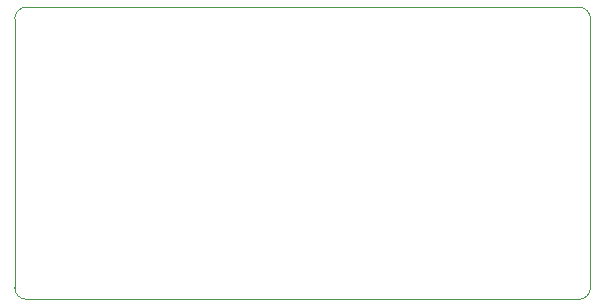
<source format=gbr>
%TF.GenerationSoftware,KiCad,Pcbnew,8.0.1*%
%TF.CreationDate,2024-06-06T08:45:57+08:00*%
%TF.ProjectId,CrazyDonkeyTarmoBoard,4372617a-7944-46f6-9e6b-65795461726d,rev?*%
%TF.SameCoordinates,Original*%
%TF.FileFunction,Profile,NP*%
%FSLAX46Y46*%
G04 Gerber Fmt 4.6, Leading zero omitted, Abs format (unit mm)*
G04 Created by KiCad (PCBNEW 8.0.1) date 2024-06-06 08:45:57*
%MOMM*%
%LPD*%
G01*
G04 APERTURE LIST*
%TA.AperFunction,Profile*%
%ADD10C,0.050000*%
%TD*%
G04 APERTURE END LIST*
D10*
X104500000Y-95750000D02*
X57750000Y-95750000D01*
X105500000Y-72000000D02*
X105500000Y-94750000D01*
X56750000Y-94750000D02*
X56750000Y-72000000D01*
X57750000Y-95750000D02*
G75*
G02*
X56750000Y-94750000I0J1000000D01*
G01*
X105500000Y-94750000D02*
G75*
G02*
X104500000Y-95750000I-1000000J0D01*
G01*
X104500000Y-71000000D02*
G75*
G02*
X105500000Y-72000000I0J-1000000D01*
G01*
X57750000Y-71000000D02*
X104500000Y-71000000D01*
X56750000Y-72000000D02*
G75*
G02*
X57750000Y-71000000I1000000J0D01*
G01*
M02*

</source>
